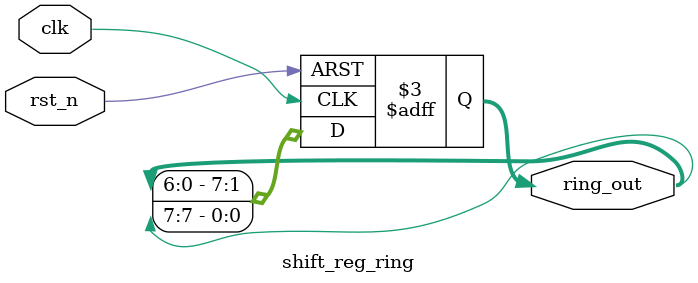
<source format=sv>

`timescale 1ns / 100ps

module shift_reg_right #(
    parameter int WIDTH = 8
) (
    input  logic             clk,
    input  logic             rst_n,
    input  logic             serial_in,
    output logic             serial_out,
    output logic [WIDTH-1:0] parallel_out
);
  always_ff @(posedge clk or negedge rst_n) begin
    if (!rst_n) begin
      parallel_out <= '0;
      serial_out   <= '0;
    end else begin
      parallel_out <= {serial_in, parallel_out[WIDTH-1:1]};
      serial_out   <= parallel_out[0];
    end
  end
endmodule : shift_reg_right


// ============================================================================
// 例2: 左シフトレジスタ
// ============================================================================
// 要件:
// - クロックごとにデータを左にシフト
// - serial_inを最下位ビットに取り込む
// - 最上位ビットをserial_outに出力
module shift_reg_left #(
    parameter int WIDTH = 8
) (
    input  logic             clk,
    input  logic             rst_n,
    input  logic             serial_in,
    output logic             serial_out,
    output logic [WIDTH-1:0] parallel_out
);
  always_ff @(posedge clk or negedge rst_n) begin
    if (!rst_n) begin
      serial_out   <= '0;
      parallel_out <= '0;
    end else begin
      parallel_out <= {parallel_out[WIDTH-2:0], serial_in};
      serial_out   <= parallel_out[WIDTH-1];
    end
  end

endmodule : shift_reg_left


// ============================================================================
// 例3: パラレルロード付きシフトレジスタ (PISO: Parallel-In Serial-Out)
// ============================================================================
// 要件:
// - load信号が1のときにparallel_inをロード
// - load信号が0のときに右シフト動作
module shift_reg_piso #(
    parameter int WIDTH = 8
) (
    input  logic             clk,
    input  logic             rst_n,
    input  logic             load,
    input  logic [WIDTH-1:0] parallel_in,
    input  logic             serial_in,
    output logic             serial_out
);
  logic [WIDTH-1:0] data_reg;
  assign serial_out = data_reg[0];
  always_ff @(posedge clk or negedge rst_n) begin
    if (!rst_n) data_reg <= '0;
    else if (load) data_reg <= parallel_in;
    else data_reg <= {serial_in, data_reg[WIDTH-1:1]};
  end

endmodule : shift_reg_piso


// ============================================================================
// 例4: 双方向シフトレジスタ
// ============================================================================
// 要件:
// - dir信号で方向を制御 (1=右, 0=左)
// - 右シフト時: serial_in_rightを使用
// - 左シフト時: serial_in_leftを使用
module shift_reg_bidirectional #(
    parameter int WIDTH = 8
) (
    input  logic             clk,
    input  logic             rst_n,
    input  logic             dir,               // 1=right, 0=left
    input  logic             serial_in_right,
    input  logic             serial_in_left,
    output logic             serial_out_right,
    output logic             serial_out_left,
    output logic [WIDTH-1:0] parallel_out
);
  assign serial_out_right = parallel_out[0];
  assign serial_out_left  = parallel_out[WIDTH-1];

  always_ff @(posedge clk or negedge rst_n) begin
    if (!rst_n) parallel_out <= '0;
    else if (dir) parallel_out <= {serial_in_right, parallel_out[WIDTH-1:1]};
    else parallel_out <= {parallel_out[WIDTH-2:0], serial_in_left};
  end
endmodule : shift_reg_bidirectional


// ============================================================================
// 例5: ユニバーサルシフトレジスタ
// ============================================================================
// 要件:
// - mode信号で動作を制御
//   00: ホールド（変化なし）
//   01: 右シフト
//   10: 左シフト
//   11: パラレルロード
module shift_reg_universal #(
    parameter int WIDTH = 8
) (
    input  logic             clk,
    input  logic             rst_n,
    input  logic [      1:0] mode,
    input  logic             serial_in_right,
    input  logic             serial_in_left,
    input  logic [WIDTH-1:0] parallel_in,
    output logic             serial_out_right,
    output logic             serial_out_left,
    output logic [WIDTH-1:0] parallel_out
);
  assign serial_out_right = parallel_out[0];
  assign serial_out_left  = parallel_out[WIDTH-1];
  always_ff @(posedge clk or negedge rst_n) begin
    if (!rst_n) parallel_out <= '0;
    else begin
      casez (mode)
        2'b00: parallel_out <= parallel_out;
        2'b01: parallel_out <= {serial_in_right, parallel_out[WIDTH-1:1]};
        2'b10: parallel_out <= {parallel_out[WIDTH-2:0], serial_in_left};
        2'b11: parallel_out <= parallel_in;
      endcase
    end
  end
endmodule : shift_reg_universal


// ============================================================================
// 例6: リングカウンタ（循環シフトレジスタ）
// ============================================================================
// 要件:
// - 最上位ビットが最下位ビットにフィードバック
// - 初期値は1ビットのみ'1'
module shift_reg_ring #(
    parameter int WIDTH = 8
) (
    input  logic             clk,
    input  logic             rst_n,
    output logic [WIDTH-1:0] ring_out
);
  always_ff @(posedge clk or negedge rst_n) begin
    if (!rst_n) ring_out <= 1;
    else ring_out <= {ring_out[WIDTH-2:0], ring_out[WIDTH-1]};
  end
endmodule : shift_reg_ring


// ============================================================================
// 学習ポイントまとめ
// ============================================================================
// 1. 右シフト: {serial_in, data[WIDTH-1:1]}
// 2. 左シフト: {data[WIDTH-2:0], serial_in}
// 3. パラレルロード: 制御信号でロードとシフトを切り替え
// 4. 双方向: 方向制御信号でシフト方向を選択
// 5. ユニバーサル: モード信号で複数の動作を実現
// 6. リング: フィードバック接続で循環動作
//
// 応用例:
// - シリアル通信 (UART, SPI)
// - データ変換 (シリアル⇔パラレル)
// - 遅延回路
// - パターン生成/検出

</source>
